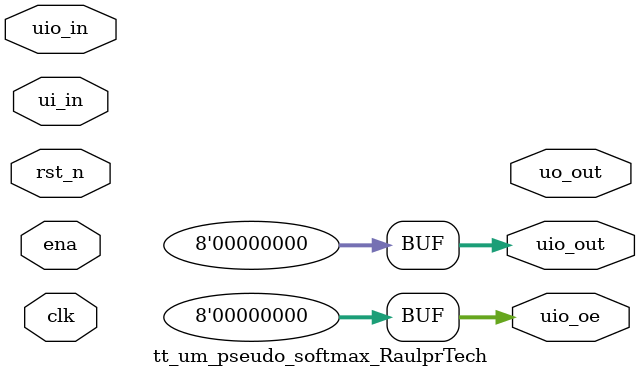
<source format=v>


module tt_um_pseudo_softmax_RaulprTech (
    input  wire [7:0] ui_in,    // Dedicated inputs - connected to the input switches for clk_selector and pattern_sel
    output wire [7:0] uo_out,   // Dedicated outputs - connected to the 7 LEDs
    input  wire [7:0] uio_in,   // IOs: Bidirectional Input path
    output wire [7:0] uio_out,  // IOs: Bidirectional Output path
    output wire [7:0] uio_oe,   // IOs: Bidirectional Enable path (active high: 0=input, 1=output)
    input  wire       ena,      // will go high when the design is enabled, not used circuit can be turned off when pattern_sel = 0
    input  wire       clk,      // clock
    input  wire       rst_n     // reset_n - low to reset
);
assign uio_out = 0;
assign uio_oe = 0;
    
pseudo_softmax M0
(
     .clk(clk),
    .input_bus(ui_in[2:0]),
    .mant_out(uio_out[2:0]),
    .exp_out(uio_out[5:3])
);

endmodule



</source>
